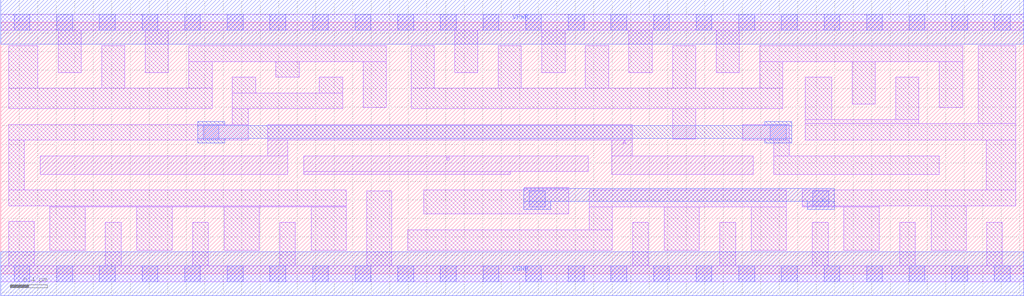
<source format=lef>
# Copyright 2020 The SkyWater PDK Authors
#
# Licensed under the Apache License, Version 2.0 (the "License");
# you may not use this file except in compliance with the License.
# You may obtain a copy of the License at
#
#     https://www.apache.org/licenses/LICENSE-2.0
#
# Unless required by applicable law or agreed to in writing, software
# distributed under the License is distributed on an "AS IS" BASIS,
# WITHOUT WARRANTIES OR CONDITIONS OF ANY KIND, either express or implied.
# See the License for the specific language governing permissions and
# limitations under the License.
#
# SPDX-License-Identifier: Apache-2.0

VERSION 5.7 ;
  NOWIREEXTENSIONATPIN ON ;
  DIVIDERCHAR "/" ;
  BUSBITCHARS "[]" ;
UNITS
  DATABASE MICRONS 200 ;
END UNITS
PROPERTYDEFINITIONS
  MACRO maskLayoutSubType STRING ;
  MACRO prCellType STRING ;
  MACRO originalViewName STRING ;
END PROPERTYDEFINITIONS
MACRO sky130_fd_sc_hdll__xor2_4
  CLASS CORE ;
  FOREIGN sky130_fd_sc_hdll__xor2_4 ;
  ORIGIN  0.000000  0.000000 ;
  SIZE  11.04000 BY  2.720000 ;
  SYMMETRY X Y R90 ;
  SITE unithd ;
  PIN A
    ANTENNAGATEAREA  2.220000 ;
    DIRECTION INPUT ;
    USE SIGNAL ;
    PORT
      LAYER li1 ;
        RECT 0.425000 1.075000 3.100000 1.275000 ;
        RECT 2.880000 1.275000 3.100000 1.445000 ;
        RECT 2.880000 1.445000 6.815000 1.615000 ;
        RECT 6.595000 1.075000 8.120000 1.275000 ;
        RECT 6.595000 1.275000 6.815000 1.445000 ;
    END
  END A
  PIN B
    ANTENNAGATEAREA  2.220000 ;
    DIRECTION INPUT ;
    USE SIGNAL ;
    PORT
      LAYER li1 ;
        RECT 3.270000 1.075000 5.500000 1.105000 ;
        RECT 3.270000 1.105000 6.340000 1.275000 ;
    END
  END B
  PIN X
    ANTENNADIFFAREA  1.759450 ;
    DIRECTION OUTPUT ;
    USE SIGNAL ;
    PORT
      LAYER met1 ;
        RECT 5.645000 0.695000 5.935000 0.780000 ;
        RECT 5.645000 0.780000 8.995000 0.925000 ;
        RECT 8.705000 0.695000 8.995000 0.780000 ;
    END
  END X
  PIN VGND
    DIRECTION INOUT ;
    USE GROUND ;
    PORT
      LAYER met1 ;
        RECT 0.000000 -0.240000 11.040000 0.240000 ;
    END
  END VGND
  PIN VPWR
    DIRECTION INOUT ;
    USE POWER ;
    PORT
      LAYER met1 ;
        RECT 0.000000 2.480000 11.040000 2.960000 ;
    END
  END VPWR
  OBS
    LAYER li1 ;
      RECT  0.000000 -0.085000 11.040000 0.085000 ;
      RECT  0.000000  2.635000 11.040000 2.805000 ;
      RECT  0.085000  0.085000  0.360000 0.565000 ;
      RECT  0.085000  0.735000  3.730000 0.905000 ;
      RECT  0.085000  0.905000  0.255000 1.445000 ;
      RECT  0.085000  1.445000  2.670000 1.615000 ;
      RECT  0.085000  1.785000  2.280000 2.005000 ;
      RECT  0.085000  2.005000  0.400000 2.465000 ;
      RECT  0.530000  0.255000  0.910000 0.725000 ;
      RECT  0.530000  0.725000  3.730000 0.735000 ;
      RECT  0.620000  2.175000  0.870000 2.635000 ;
      RECT  1.090000  2.005000  1.340000 2.465000 ;
      RECT  1.130000  0.085000  1.300000 0.555000 ;
      RECT  1.470000  0.255000  1.850000 0.725000 ;
      RECT  1.560000  2.175000  1.810000 2.635000 ;
      RECT  2.030000  2.005000  2.280000 2.295000 ;
      RECT  2.030000  2.295000  4.160000 2.465000 ;
      RECT  2.070000  0.085000  2.240000 0.555000 ;
      RECT  2.410000  0.255000  2.790000 0.725000 ;
      RECT  2.500000  1.615000  2.670000 1.785000 ;
      RECT  2.500000  1.785000  3.690000 1.955000 ;
      RECT  2.500000  1.955000  2.750000 2.125000 ;
      RECT  2.970000  2.125000  3.220000 2.295000 ;
      RECT  3.010000  0.085000  3.180000 0.555000 ;
      RECT  3.350000  0.255000  3.730000 0.725000 ;
      RECT  3.440000  1.955000  3.690000 2.125000 ;
      RECT  3.910000  1.795000  4.160000 2.295000 ;
      RECT  3.950000  0.085000  4.220000 0.895000 ;
      RECT  4.390000  0.255000  6.600000 0.475000 ;
      RECT  4.430000  1.785000  8.440000 2.005000 ;
      RECT  4.430000  2.005000  4.680000 2.465000 ;
      RECT  4.565000  0.645000  6.130000 0.905000 ;
      RECT  4.900000  2.175000  5.150000 2.635000 ;
      RECT  5.370000  2.005000  5.620000 2.465000 ;
      RECT  5.650000  0.905000  6.130000 0.935000 ;
      RECT  5.840000  2.175000  6.090000 2.635000 ;
      RECT  6.310000  2.005000  6.560000 2.465000 ;
      RECT  6.350000  0.475000  6.600000 0.725000 ;
      RECT  6.350000  0.725000  8.480000 0.905000 ;
      RECT  6.780000  2.175000  7.030000 2.635000 ;
      RECT  6.820000  0.085000  6.990000 0.555000 ;
      RECT  7.160000  0.255000  7.540000 0.725000 ;
      RECT  7.250000  1.455000  7.500000 1.785000 ;
      RECT  7.250000  2.005000  7.500000 2.465000 ;
      RECT  7.720000  2.175000  7.970000 2.635000 ;
      RECT  7.760000  0.085000  7.930000 0.555000 ;
      RECT  8.010000  1.445000  8.510000 1.615000 ;
      RECT  8.100000  0.255000  8.480000 0.725000 ;
      RECT  8.190000  2.005000  8.440000 2.295000 ;
      RECT  8.190000  2.295000 10.380000 2.465000 ;
      RECT  8.340000  1.075000 10.130000 1.275000 ;
      RECT  8.340000  1.275000  8.510000 1.445000 ;
      RECT  8.650000  0.725000  9.480000 0.735000 ;
      RECT  8.650000  0.735000 10.955000 0.905000 ;
      RECT  8.680000  1.445000 10.955000 1.625000 ;
      RECT  8.680000  1.625000  9.910000 1.665000 ;
      RECT  8.680000  1.665000  8.970000 2.125000 ;
      RECT  8.760000  0.085000  8.930000 0.555000 ;
      RECT  9.100000  0.255000  9.480000 0.725000 ;
      RECT  9.190000  1.835000  9.440000 2.295000 ;
      RECT  9.660000  1.665000  9.910000 2.125000 ;
      RECT  9.700000  0.085000  9.870000 0.555000 ;
      RECT 10.040000  0.255000 10.420000 0.735000 ;
      RECT 10.130000  1.795000 10.380000 2.295000 ;
      RECT 10.550000  1.625000 10.955000 2.465000 ;
      RECT 10.635000  0.905000 10.955000 1.445000 ;
      RECT 10.640000  0.085000 10.810000 0.555000 ;
    LAYER mcon ;
      RECT  0.145000 -0.085000  0.315000 0.085000 ;
      RECT  0.145000  2.635000  0.315000 2.805000 ;
      RECT  0.605000 -0.085000  0.775000 0.085000 ;
      RECT  0.605000  2.635000  0.775000 2.805000 ;
      RECT  1.065000 -0.085000  1.235000 0.085000 ;
      RECT  1.065000  2.635000  1.235000 2.805000 ;
      RECT  1.525000 -0.085000  1.695000 0.085000 ;
      RECT  1.525000  2.635000  1.695000 2.805000 ;
      RECT  1.985000 -0.085000  2.155000 0.085000 ;
      RECT  1.985000  2.635000  2.155000 2.805000 ;
      RECT  2.185000  1.445000  2.355000 1.615000 ;
      RECT  2.445000 -0.085000  2.615000 0.085000 ;
      RECT  2.445000  2.635000  2.615000 2.805000 ;
      RECT  2.905000 -0.085000  3.075000 0.085000 ;
      RECT  2.905000  2.635000  3.075000 2.805000 ;
      RECT  3.365000 -0.085000  3.535000 0.085000 ;
      RECT  3.365000  2.635000  3.535000 2.805000 ;
      RECT  3.825000 -0.085000  3.995000 0.085000 ;
      RECT  3.825000  2.635000  3.995000 2.805000 ;
      RECT  4.285000 -0.085000  4.455000 0.085000 ;
      RECT  4.285000  2.635000  4.455000 2.805000 ;
      RECT  4.745000 -0.085000  4.915000 0.085000 ;
      RECT  4.745000  2.635000  4.915000 2.805000 ;
      RECT  5.205000 -0.085000  5.375000 0.085000 ;
      RECT  5.205000  2.635000  5.375000 2.805000 ;
      RECT  5.665000 -0.085000  5.835000 0.085000 ;
      RECT  5.665000  2.635000  5.835000 2.805000 ;
      RECT  5.705000  0.725000  5.875000 0.895000 ;
      RECT  6.125000 -0.085000  6.295000 0.085000 ;
      RECT  6.125000  2.635000  6.295000 2.805000 ;
      RECT  6.585000 -0.085000  6.755000 0.085000 ;
      RECT  6.585000  2.635000  6.755000 2.805000 ;
      RECT  7.045000 -0.085000  7.215000 0.085000 ;
      RECT  7.045000  2.635000  7.215000 2.805000 ;
      RECT  7.505000 -0.085000  7.675000 0.085000 ;
      RECT  7.505000  2.635000  7.675000 2.805000 ;
      RECT  7.965000 -0.085000  8.135000 0.085000 ;
      RECT  7.965000  2.635000  8.135000 2.805000 ;
      RECT  8.305000  1.445000  8.475000 1.615000 ;
      RECT  8.425000 -0.085000  8.595000 0.085000 ;
      RECT  8.425000  2.635000  8.595000 2.805000 ;
      RECT  8.765000  0.725000  8.935000 0.895000 ;
      RECT  8.885000 -0.085000  9.055000 0.085000 ;
      RECT  8.885000  2.635000  9.055000 2.805000 ;
      RECT  9.345000 -0.085000  9.515000 0.085000 ;
      RECT  9.345000  2.635000  9.515000 2.805000 ;
      RECT  9.805000 -0.085000  9.975000 0.085000 ;
      RECT  9.805000  2.635000  9.975000 2.805000 ;
      RECT 10.265000 -0.085000 10.435000 0.085000 ;
      RECT 10.265000  2.635000 10.435000 2.805000 ;
      RECT 10.725000 -0.085000 10.895000 0.085000 ;
      RECT 10.725000  2.635000 10.895000 2.805000 ;
    LAYER met1 ;
      RECT 2.125000 1.415000 2.415000 1.460000 ;
      RECT 2.125000 1.460000 8.535000 1.600000 ;
      RECT 2.125000 1.600000 2.415000 1.645000 ;
      RECT 8.245000 1.415000 8.535000 1.460000 ;
      RECT 8.245000 1.600000 8.535000 1.645000 ;
  END
  PROPERTY maskLayoutSubType "abstract" ;
  PROPERTY prCellType "standard" ;
  PROPERTY originalViewName "layout" ;
END sky130_fd_sc_hdll__xor2_4
END LIBRARY

</source>
